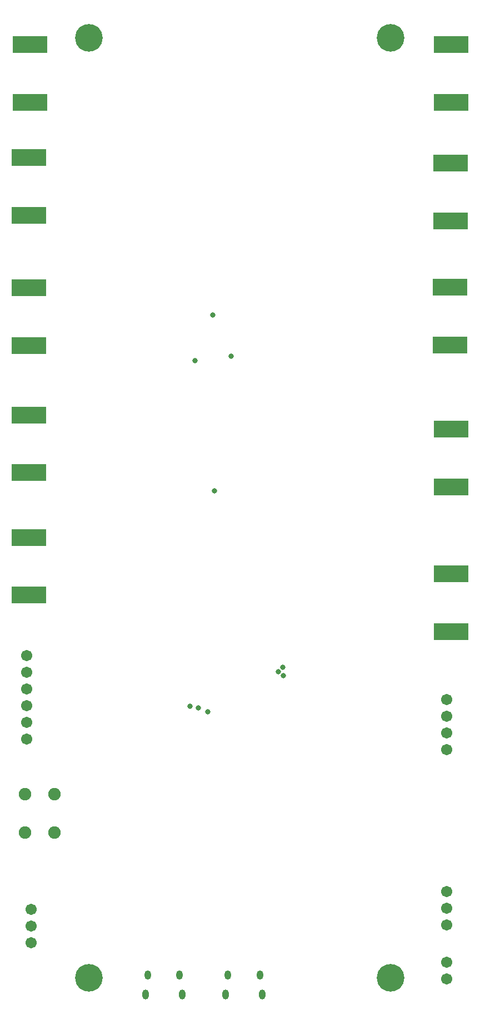
<source format=gbs>
G04 Layer_Color=16711935*
%FSLAX44Y44*%
%MOMM*%
%TF.FileFunction,Soldermask,Bot*%
%TF.Part,Single*%
G01*
G75*
%TA.AperFunction,SMDPad*%
%ADD136R,5.2832X2.6162*%
%TA.AperFunction,ViaPad*%
%ADD160O,1.0032X1.5032*%
%TA.AperFunction,ViaPad*%
%ADD161O,1.0032X1.4032*%
%TA.AperFunction,ViaPad*%
%ADD162C,1.9032*%
%TA.AperFunction,ViaPad*%
%ADD163C,1.7032*%
%TA.AperFunction,ConnectorPad*%
%ADD164C,4.2032*%
%TA.AperFunction,ViaPad*%
%ADD165C,0.8032*%
D136*
X670000Y1090815D02*
D03*
Y1003185D02*
D03*
X671500Y787435D02*
D03*
Y875065D02*
D03*
X28500Y710315D02*
D03*
Y622685D02*
D03*
X672000Y1372185D02*
D03*
Y1459815D02*
D03*
X671000Y1192185D02*
D03*
Y1279815D02*
D03*
X671500Y567185D02*
D03*
Y654815D02*
D03*
X28250Y1090065D02*
D03*
Y1002435D02*
D03*
X28500Y896565D02*
D03*
Y808935D02*
D03*
X30000Y1459815D02*
D03*
Y1372185D02*
D03*
X28500Y1288315D02*
D03*
Y1200685D02*
D03*
D160*
X384100Y14700D02*
D03*
X328000D02*
D03*
X262100D02*
D03*
X206000D02*
D03*
D161*
X331800Y45000D02*
D03*
X380300D02*
D03*
X209800D02*
D03*
X258300D02*
D03*
D162*
X67500Y320000D02*
D03*
X22500Y261000D02*
D03*
Y320000D02*
D03*
X67500Y261000D02*
D03*
D163*
X25000Y530400D02*
D03*
Y505000D02*
D03*
Y479600D02*
D03*
Y403400D02*
D03*
Y428800D02*
D03*
Y454200D02*
D03*
X665000Y463400D02*
D03*
Y438000D02*
D03*
Y412600D02*
D03*
Y387200D02*
D03*
X32000Y93600D02*
D03*
Y119000D02*
D03*
Y144400D02*
D03*
X665000Y64000D02*
D03*
Y38600D02*
D03*
Y120600D02*
D03*
Y146000D02*
D03*
Y171400D02*
D03*
D164*
X120000Y1470000D02*
D03*
X580000D02*
D03*
X120000Y40000D02*
D03*
X580000D02*
D03*
D165*
X309000Y1049000D02*
D03*
X409000Y506000D02*
D03*
X301000Y445000D02*
D03*
X273747Y453747D02*
D03*
X286873Y450873D02*
D03*
X416000Y500000D02*
D03*
X415000Y513000D02*
D03*
X282000Y979000D02*
D03*
X337000Y986000D02*
D03*
X311000Y781000D02*
D03*
%TF.MD5,698D9987F42D309BD03198B3A7297121*%
M02*

</source>
